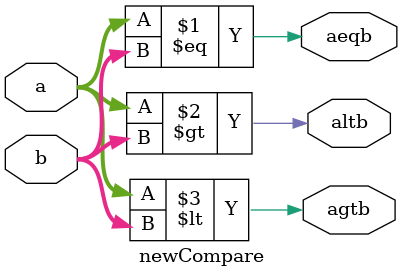
<source format=sv>
/* Comparador de Magnitude com operadores comparadores */

module newCompare (

	input logic [3:0] a, b,
	output logic agtb, aeqb, altb

);


	/* Abordagem por fluxo de dados
	somente quando a e b forem iguais
	a saida aeqb vai receber nivel 1 */

	assign aeqb = (a==b);
	assign altb = (a > b);
	assign agtb = (a < b);


endmodule: newCompare
</source>
